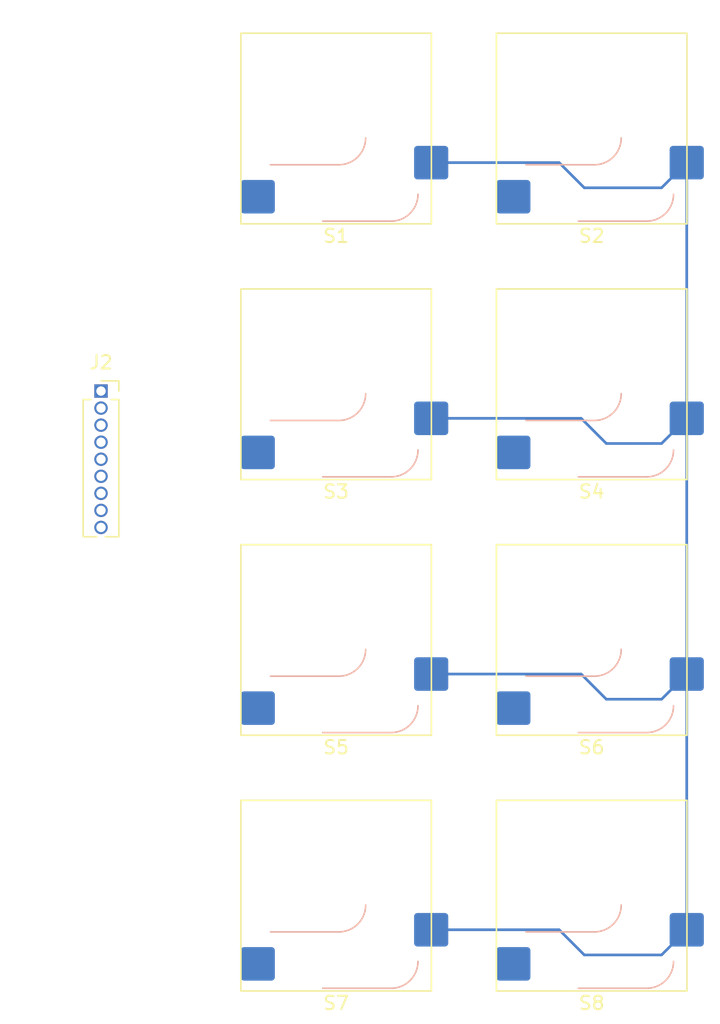
<source format=kicad_pcb>
(kicad_pcb (version 20241229) (generator "pcbnew") (generator_version "9.0")
  (layers (0 "F.Cu" signal) (2 "B.Cu" signal) (13 "F.Paste" user) (15 "B.Paste" user) (5 "F.SilkS" user "F.Silkscreen") (7 "B.SilkS" user "B.Silkscreen") (1 "F.Mask" user) (3 "B.Mask" user) (25 "Edge.Cuts" user))
  (net 0 "")
  (net 1 "Net-(J2-Pin_3)")
  (net 2 "Net-(J2-Pin_6)")
  (net 3 "Net-(J2-Pin_7)")
  (net 4 "Net-(J2-Pin_5)")
  (net 5 "Net-(J2-Pin_2)")
  (net 6 "Net-(J2-Pin_9)")
  (net 7 "Net-(J2-Pin_8)")
  (net 8 "Net-(J2-Pin_1)")
  (net 9 "Net-(J2-Pin_4)")
  (footprint "PCM_Switch_Keyboard_Hotswap_Kailh:SW_Hotswap_Kailh_MX_1.00u" (layer "F.Cu") (at 152.4 90.17 180)
    (property "Reference" "S8" (at 0 -8 0) (layer "F.SilkS"))
    (property "Value" "Keyswitch")
    (fp_line (start 7.1 7.1) (end 7.1 -7.1) (stroke (width 0.12)) (layer "F.SilkS"))
    (fp_line (start 7.1 -7.1) (end -7.1 -7.1) (stroke (width 0.12)) (layer "F.SilkS"))
    (fp_line (start -7.1 7.1) (end 7.1 7.1) (stroke (width 0.12)) (layer "F.SilkS"))
    (fp_line (start -7.1 -7.1) (end -7.1 7.1) (stroke (width 0.12)) (layer "F.SilkS"))
    (fp_line (start -0.2 -2.7) (end 4.9 -2.7) (stroke (width 0.12)) (layer "B.SilkS"))
    (fp_line (start -4.1 -6.9) (end 1 -6.9) (stroke (width 0.12)) (layer "B.SilkS"))
    (fp_arc (start -2.2 -0.7) (mid -1.614214 -2.114214) (end -0.2 -2.7) (stroke (width 0.12)) (layer "B.SilkS"))
    (fp_arc (start -6.1 -4.9) (mid -5.514214 -6.314214) (end -4.1 -6.9) (stroke (width 0.12)) (layer "B.SilkS"))
    (pad "" np_thru_hole circle (at -5.08 0 180) (size 1.75 1.75) (drill 1.75) (layers "*.Cu" "*.Mask"))
    (pad "" np_thru_hole circle (at -3.81 -2.54 180) (size 3.05 3.05) (drill 3.05) (layers "*.Cu" "*.Mask"))
    (pad "" np_thru_hole circle (at 0 0 180) (size 4 4) (drill 4) (layers "*.Cu" "*.Mask"))
    (pad "" np_thru_hole circle (at 2.54 -5.08 180) (size 3.05 3.05) (drill 3.05) (layers "*.Cu" "*.Mask"))
    (pad "" np_thru_hole circle (at 5.08 0 180) (size 1.75 1.75) (drill 1.75) (layers "*.Cu" "*.Mask"))
    (pad "1" smd roundrect (at -7.085 -2.54 180) (size 2.55 2.5) (layers "B.Cu" "B.Mask" "B.Paste") (roundrect_rratio 0.1) (net 6 "Net-(J2-Pin_9)"))
    (pad "2" smd roundrect (at 5.842 -5.08 180) (size 2.55 2.5) (layers "B.Cu" "B.Mask" "B.Paste") (roundrect_rratio 0.1) (net 7 "Net-(J2-Pin_8)"))
  )
  (footprint "PCM_Switch_Keyboard_Hotswap_Kailh:SW_Hotswap_Kailh_MX_1.00u" (layer "F.Cu") (at 152.4 33.02 180)
    (property "Reference" "S2" (at 0 -8 0) (layer "F.SilkS"))
    (property "Value" "Keyswitch")
    (fp_line (start 7.1 7.1) (end 7.1 -7.1) (stroke (width 0.12)) (layer "F.SilkS"))
    (fp_line (start 7.1 -7.1) (end -7.1 -7.1) (stroke (width 0.12)) (layer "F.SilkS"))
    (fp_line (start -7.1 7.1) (end 7.1 7.1) (stroke (width 0.12)) (layer "F.SilkS"))
    (fp_line (start -7.1 -7.1) (end -7.1 7.1) (stroke (width 0.12)) (layer "F.SilkS"))
    (fp_line (start -0.2 -2.7) (end 4.9 -2.7) (stroke (width 0.12)) (layer "B.SilkS"))
    (fp_line (start -4.1 -6.9) (end 1 -6.9) (stroke (width 0.12)) (layer "B.SilkS"))
    (fp_arc (start -2.2 -0.7) (mid -1.614214 -2.114214) (end -0.2 -2.7) (stroke (width 0.12)) (layer "B.SilkS"))
    (fp_arc (start -6.1 -4.9) (mid -5.514214 -6.314214) (end -4.1 -6.9) (stroke (width 0.12)) (layer "B.SilkS"))
    (pad "" np_thru_hole circle (at -5.08 0 180) (size 1.75 1.75) (drill 1.75) (layers "*.Cu" "*.Mask"))
    (pad "" np_thru_hole circle (at -3.81 -2.54 180) (size 3.05 3.05) (drill 3.05) (layers "*.Cu" "*.Mask"))
    (pad "" np_thru_hole circle (at 0 0 180) (size 4 4) (drill 4) (layers "*.Cu" "*.Mask"))
    (pad "" np_thru_hole circle (at 2.54 -5.08 180) (size 3.05 3.05) (drill 3.05) (layers "*.Cu" "*.Mask"))
    (pad "" np_thru_hole circle (at 5.08 0 180) (size 1.75 1.75) (drill 1.75) (layers "*.Cu" "*.Mask"))
    (pad "1" smd roundrect (at -7.085 -2.54 180) (size 2.55 2.5) (layers "B.Cu" "B.Mask" "B.Paste") (roundrect_rratio 0.1) (net 6 "Net-(J2-Pin_9)"))
    (pad "2" smd roundrect (at 5.842 -5.08 180) (size 2.55 2.5) (layers "B.Cu" "B.Mask" "B.Paste") (roundrect_rratio 0.1) (net 5 "Net-(J2-Pin_2)"))
  )
  (footprint "PCM_Switch_Keyboard_Hotswap_Kailh:SW_Hotswap_Kailh_MX_1.00u" (layer "F.Cu") (at 152.4 52.07 180)
    (property "Reference" "S4" (at 0 -8 0) (layer "F.SilkS"))
    (property "Value" "Keyswitch")
    (fp_line (start 7.1 7.1) (end 7.1 -7.1) (stroke (width 0.12)) (layer "F.SilkS"))
    (fp_line (start 7.1 -7.1) (end -7.1 -7.1) (stroke (width 0.12)) (layer "F.SilkS"))
    (fp_line (start -7.1 7.1) (end 7.1 7.1) (stroke (width 0.12)) (layer "F.SilkS"))
    (fp_line (start -7.1 -7.1) (end -7.1 7.1) (stroke (width 0.12)) (layer "F.SilkS"))
    (fp_line (start -0.2 -2.7) (end 4.9 -2.7) (stroke (width 0.12)) (layer "B.SilkS"))
    (fp_line (start -4.1 -6.9) (end 1 -6.9) (stroke (width 0.12)) (layer "B.SilkS"))
    (fp_arc (start -2.2 -0.7) (mid -1.614214 -2.114214) (end -0.2 -2.7) (stroke (width 0.12)) (layer "B.SilkS"))
    (fp_arc (start -6.1 -4.9) (mid -5.514214 -6.314214) (end -4.1 -6.9) (stroke (width 0.12)) (layer "B.SilkS"))
    (pad "" np_thru_hole circle (at -5.08 0 180) (size 1.75 1.75) (drill 1.75) (layers "*.Cu" "*.Mask"))
    (pad "" np_thru_hole circle (at -3.81 -2.54 180) (size 3.05 3.05) (drill 3.05) (layers "*.Cu" "*.Mask"))
    (pad "" np_thru_hole circle (at 0 0 180) (size 4 4) (drill 4) (layers "*.Cu" "*.Mask"))
    (pad "" np_thru_hole circle (at 2.54 -5.08 180) (size 3.05 3.05) (drill 3.05) (layers "*.Cu" "*.Mask"))
    (pad "" np_thru_hole circle (at 5.08 0 180) (size 1.75 1.75) (drill 1.75) (layers "*.Cu" "*.Mask"))
    (pad "1" smd roundrect (at -7.085 -2.54 180) (size 2.55 2.5) (layers "B.Cu" "B.Mask" "B.Paste") (roundrect_rratio 0.1) (net 6 "Net-(J2-Pin_9)"))
    (pad "2" smd roundrect (at 5.842 -5.08 180) (size 2.55 2.5) (layers "B.Cu" "B.Mask" "B.Paste") (roundrect_rratio 0.1) (net 9 "Net-(J2-Pin_4)"))
  )
  (footprint "PCM_Switch_Keyboard_Hotswap_Kailh:SW_Hotswap_Kailh_MX_1.00u" (layer "F.Cu") (at 133.35 52.07 180)
    (property "Reference" "S3" (at 0 -8 0) (layer "F.SilkS"))
    (property "Value" "Keyswitch")
    (fp_line (start 7.1 7.1) (end 7.1 -7.1) (stroke (width 0.12)) (layer "F.SilkS"))
    (fp_line (start 7.1 -7.1) (end -7.1 -7.1) (stroke (width 0.12)) (layer "F.SilkS"))
    (fp_line (start -7.1 7.1) (end 7.1 7.1) (stroke (width 0.12)) (layer "F.SilkS"))
    (fp_line (start -7.1 -7.1) (end -7.1 7.1) (stroke (width 0.12)) (layer "F.SilkS"))
    (fp_line (start -0.2 -2.7) (end 4.9 -2.7) (stroke (width 0.12)) (layer "B.SilkS"))
    (fp_line (start -4.1 -6.9) (end 1 -6.9) (stroke (width 0.12)) (layer "B.SilkS"))
    (fp_arc (start -2.2 -0.7) (mid -1.614214 -2.114214) (end -0.2 -2.7) (stroke (width 0.12)) (layer "B.SilkS"))
    (fp_arc (start -6.1 -4.9) (mid -5.514214 -6.314214) (end -4.1 -6.9) (stroke (width 0.12)) (layer "B.SilkS"))
    (pad "" np_thru_hole circle (at -5.08 0 180) (size 1.75 1.75) (drill 1.75) (layers "*.Cu" "*.Mask"))
    (pad "" np_thru_hole circle (at -3.81 -2.54 180) (size 3.05 3.05) (drill 3.05) (layers "*.Cu" "*.Mask"))
    (pad "" np_thru_hole circle (at 0 0 180) (size 4 4) (drill 4) (layers "*.Cu" "*.Mask"))
    (pad "" np_thru_hole circle (at 2.54 -5.08 180) (size 3.05 3.05) (drill 3.05) (layers "*.Cu" "*.Mask"))
    (pad "" np_thru_hole circle (at 5.08 0 180) (size 1.75 1.75) (drill 1.75) (layers "*.Cu" "*.Mask"))
    (pad "1" smd roundrect (at -7.085 -2.54 180) (size 2.55 2.5) (layers "B.Cu" "B.Mask" "B.Paste") (roundrect_rratio 0.1) (net 6 "Net-(J2-Pin_9)"))
    (pad "2" smd roundrect (at 5.842 -5.08 180) (size 2.55 2.5) (layers "B.Cu" "B.Mask" "B.Paste") (roundrect_rratio 0.1) (net 1 "Net-(J2-Pin_3)"))
  )
  (footprint "PCM_Switch_Keyboard_Hotswap_Kailh:SW_Hotswap_Kailh_MX_1.00u" (layer "F.Cu") (at 133.35 71.12 180)
    (property "Reference" "S5" (at 0 -8 0) (layer "F.SilkS"))
    (property "Value" "Keyswitch")
    (fp_line (start 7.1 7.1) (end 7.1 -7.1) (stroke (width 0.12)) (layer "F.SilkS"))
    (fp_line (start 7.1 -7.1) (end -7.1 -7.1) (stroke (width 0.12)) (layer "F.SilkS"))
    (fp_line (start -7.1 7.1) (end 7.1 7.1) (stroke (width 0.12)) (layer "F.SilkS"))
    (fp_line (start -7.1 -7.1) (end -7.1 7.1) (stroke (width 0.12)) (layer "F.SilkS"))
    (fp_line (start -0.2 -2.7) (end 4.9 -2.7) (stroke (width 0.12)) (layer "B.SilkS"))
    (fp_line (start -4.1 -6.9) (end 1 -6.9) (stroke (width 0.12)) (layer "B.SilkS"))
    (fp_arc (start -2.2 -0.7) (mid -1.614214 -2.114214) (end -0.2 -2.7) (stroke (width 0.12)) (layer "B.SilkS"))
    (fp_arc (start -6.1 -4.9) (mid -5.514214 -6.314214) (end -4.1 -6.9) (stroke (width 0.12)) (layer "B.SilkS"))
    (pad "" np_thru_hole circle (at -5.08 0 180) (size 1.75 1.75) (drill 1.75) (layers "*.Cu" "*.Mask"))
    (pad "" np_thru_hole circle (at -3.81 -2.54 180) (size 3.05 3.05) (drill 3.05) (layers "*.Cu" "*.Mask"))
    (pad "" np_thru_hole circle (at 0 0 180) (size 4 4) (drill 4) (layers "*.Cu" "*.Mask"))
    (pad "" np_thru_hole circle (at 2.54 -5.08 180) (size 3.05 3.05) (drill 3.05) (layers "*.Cu" "*.Mask"))
    (pad "" np_thru_hole circle (at 5.08 0 180) (size 1.75 1.75) (drill 1.75) (layers "*.Cu" "*.Mask"))
    (pad "1" smd roundrect (at -7.085 -2.54 180) (size 2.55 2.5) (layers "B.Cu" "B.Mask" "B.Paste") (roundrect_rratio 0.1) (net 6 "Net-(J2-Pin_9)"))
    (pad "2" smd roundrect (at 5.842 -5.08 180) (size 2.55 2.5) (layers "B.Cu" "B.Mask" "B.Paste") (roundrect_rratio 0.1) (net 4 "Net-(J2-Pin_5)"))
  )
  (footprint "PCM_Switch_Keyboard_Hotswap_Kailh:SW_Hotswap_Kailh_MX_1.00u" (layer "F.Cu") (at 133.35 90.17 180)
    (property "Reference" "S7" (at 0 -8 0) (layer "F.SilkS"))
    (property "Value" "Keyswitch")
    (fp_line (start 7.1 7.1) (end 7.1 -7.1) (stroke (width 0.12)) (layer "F.SilkS"))
    (fp_line (start 7.1 -7.1) (end -7.1 -7.1) (stroke (width 0.12)) (layer "F.SilkS"))
    (fp_line (start -7.1 7.1) (end 7.1 7.1) (stroke (width 0.12)) (layer "F.SilkS"))
    (fp_line (start -7.1 -7.1) (end -7.1 7.1) (stroke (width 0.12)) (layer "F.SilkS"))
    (fp_line (start -0.2 -2.7) (end 4.9 -2.7) (stroke (width 0.12)) (layer "B.SilkS"))
    (fp_line (start -4.1 -6.9) (end 1 -6.9) (stroke (width 0.12)) (layer "B.SilkS"))
    (fp_arc (start -2.2 -0.7) (mid -1.614214 -2.114214) (end -0.2 -2.7) (stroke (width 0.12)) (layer "B.SilkS"))
    (fp_arc (start -6.1 -4.9) (mid -5.514214 -6.314214) (end -4.1 -6.9) (stroke (width 0.12)) (layer "B.SilkS"))
    (pad "" np_thru_hole circle (at -5.08 0 180) (size 1.75 1.75) (drill 1.75) (layers "*.Cu" "*.Mask"))
    (pad "" np_thru_hole circle (at -3.81 -2.54 180) (size 3.05 3.05) (drill 3.05) (layers "*.Cu" "*.Mask"))
    (pad "" np_thru_hole circle (at 0 0 180) (size 4 4) (drill 4) (layers "*.Cu" "*.Mask"))
    (pad "" np_thru_hole circle (at 2.54 -5.08 180) (size 3.05 3.05) (drill 3.05) (layers "*.Cu" "*.Mask"))
    (pad "" np_thru_hole circle (at 5.08 0 180) (size 1.75 1.75) (drill 1.75) (layers "*.Cu" "*.Mask"))
    (pad "1" smd roundrect (at -7.085 -2.54 180) (size 2.55 2.5) (layers "B.Cu" "B.Mask" "B.Paste") (roundrect_rratio 0.1) (net 6 "Net-(J2-Pin_9)"))
    (pad "2" smd roundrect (at 5.842 -5.08 180) (size 2.55 2.5) (layers "B.Cu" "B.Mask" "B.Paste") (roundrect_rratio 0.1) (net 3 "Net-(J2-Pin_7)"))
  )
  (footprint "Connector_PinSocket_1.27mm:PinSocket_1x09_P1.27mm_Vertical" (layer "F.Cu") (at 115.824 52.578)
    (property "Reference" "J2" (at 0 -2.135 0) (layer "F.SilkS"))
    (property "Value" "Conn_01x09_Socket")
    (fp_line (start -1.33 0.635) (end -1.33 10.855) (stroke (width 0.12)) (layer "F.SilkS"))
    (fp_line (start -1.33 0.635) (end -0.76 0.635) (stroke (width 0.12)) (layer "F.SilkS"))
    (fp_line (start -1.33 10.855) (end -0.30753 10.855) (stroke (width 0.12)) (layer "F.SilkS"))
    (fp_line (start 0 -0.76) (end 1.33 -0.76) (stroke (width 0.12)) (layer "F.SilkS"))
    (fp_line (start 0.30753 10.855) (end 1.33 10.855) (stroke (width 0.12)) (layer "F.SilkS"))
    (fp_line (start 0.76 0.635) (end 1.33 0.635) (stroke (width 0.12)) (layer "F.SilkS"))
    (fp_line (start 1.33 -0.76) (end 1.33 0) (stroke (width 0.12)) (layer "F.SilkS"))
    (fp_line (start 1.33 0.635) (end 1.33 10.855) (stroke (width 0.12)) (layer "F.SilkS"))
    (pad "1" thru_hole rect (at 0 0) (size 1 1) (drill 0.7) (layers "*.Cu" "*.Mask") (net 8 "Net-(J2-Pin_1)"))
    (pad "2" thru_hole circle (at 0 1.27) (size 1 1) (drill 0.7) (layers "*.Cu" "*.Mask") (net 5 "Net-(J2-Pin_2)"))
    (pad "3" thru_hole circle (at 0 2.54) (size 1 1) (drill 0.7) (layers "*.Cu" "*.Mask") (net 1 "Net-(J2-Pin_3)"))
    (pad "4" thru_hole circle (at 0 3.81) (size 1 1) (drill 0.7) (layers "*.Cu" "*.Mask") (net 9 "Net-(J2-Pin_4)"))
    (pad "5" thru_hole circle (at 0 5.08) (size 1 1) (drill 0.7) (layers "*.Cu" "*.Mask") (net 4 "Net-(J2-Pin_5)"))
    (pad "6" thru_hole circle (at 0 6.35) (size 1 1) (drill 0.7) (layers "*.Cu" "*.Mask") (net 2 "Net-(J2-Pin_6)"))
    (pad "7" thru_hole circle (at 0 7.62) (size 1 1) (drill 0.7) (layers "*.Cu" "*.Mask") (net 3 "Net-(J2-Pin_7)"))
    (pad "8" thru_hole circle (at 0 8.89) (size 1 1) (drill 0.7) (layers "*.Cu" "*.Mask") (net 7 "Net-(J2-Pin_8)"))
    (pad "9" thru_hole circle (at 0 10.16) (size 1 1) (drill 0.7) (layers "*.Cu" "*.Mask") (net 6 "Net-(J2-Pin_9)"))
  )
  (footprint "PCM_Switch_Keyboard_Hotswap_Kailh:SW_Hotswap_Kailh_MX_1.00u" (layer "F.Cu") (at 133.35 33.02 180)
    (property "Reference" "S1" (at 0 -8 0) (layer "F.SilkS"))
    (property "Value" "Keyswitch")
    (fp_line (start 7.1 7.1) (end 7.1 -7.1) (stroke (width 0.12)) (layer "F.SilkS"))
    (fp_line (start 7.1 -7.1) (end -7.1 -7.1) (stroke (width 0.12)) (layer "F.SilkS"))
    (fp_line (start -7.1 7.1) (end 7.1 7.1) (stroke (width 0.12)) (layer "F.SilkS"))
    (fp_line (start -7.1 -7.1) (end -7.1 7.1) (stroke (width 0.12)) (layer "F.SilkS"))
    (fp_line (start -0.2 -2.7) (end 4.9 -2.7) (stroke (width 0.12)) (layer "B.SilkS"))
    (fp_line (start -4.1 -6.9) (end 1 -6.9) (stroke (width 0.12)) (layer "B.SilkS"))
    (fp_arc (start -2.2 -0.7) (mid -1.614214 -2.114214) (end -0.2 -2.7) (stroke (width 0.12)) (layer "B.SilkS"))
    (fp_arc (start -6.1 -4.9) (mid -5.514214 -6.314214) (end -4.1 -6.9) (stroke (width 0.12)) (layer "B.SilkS"))
    (pad "" np_thru_hole circle (at -5.08 0 180) (size 1.75 1.75) (drill 1.75) (layers "*.Cu" "*.Mask"))
    (pad "" np_thru_hole circle (at -3.81 -2.54 180) (size 3.05 3.05) (drill 3.05) (layers "*.Cu" "*.Mask"))
    (pad "" np_thru_hole circle (at 0 0 180) (size 4 4) (drill 4) (layers "*.Cu" "*.Mask"))
    (pad "" np_thru_hole circle (at 2.54 -5.08 180) (size 3.05 3.05) (drill 3.05) (layers "*.Cu" "*.Mask"))
    (pad "" np_thru_hole circle (at 5.08 0 180) (size 1.75 1.75) (drill 1.75) (layers "*.Cu" "*.Mask"))
    (pad "1" smd roundrect (at -7.085 -2.54 180) (size 2.55 2.5) (layers "B.Cu" "B.Mask" "B.Paste") (roundrect_rratio 0.1) (net 6 "Net-(J2-Pin_9)"))
    (pad "2" smd roundrect (at 5.842 -5.08 180) (size 2.55 2.5) (layers "B.Cu" "B.Mask" "B.Paste") (roundrect_rratio 0.1) (net 8 "Net-(J2-Pin_1)"))
  )
  (footprint "PCM_Switch_Keyboard_Hotswap_Kailh:SW_Hotswap_Kailh_MX_1.00u" (layer "F.Cu") (at 152.4 71.12 180)
    (property "Reference" "S6" (at 0 -8 0) (layer "F.SilkS"))
    (property "Value" "Keyswitch")
    (fp_line (start 7.1 7.1) (end 7.1 -7.1) (stroke (width 0.12)) (layer "F.SilkS"))
    (fp_line (start 7.1 -7.1) (end -7.1 -7.1) (stroke (width 0.12)) (layer "F.SilkS"))
    (fp_line (start -7.1 7.1) (end 7.1 7.1) (stroke (width 0.12)) (layer "F.SilkS"))
    (fp_line (start -7.1 -7.1) (end -7.1 7.1) (stroke (width 0.12)) (layer "F.SilkS"))
    (fp_line (start -0.2 -2.7) (end 4.9 -2.7) (stroke (width 0.12)) (layer "B.SilkS"))
    (fp_line (start -4.1 -6.9) (end 1 -6.9) (stroke (width 0.12)) (layer "B.SilkS"))
    (fp_arc (start -2.2 -0.7) (mid -1.614214 -2.114214) (end -0.2 -2.7) (stroke (width 0.12)) (layer "B.SilkS"))
    (fp_arc (start -6.1 -4.9) (mid -5.514214 -6.314214) (end -4.1 -6.9) (stroke (width 0.12)) (layer "B.SilkS"))
    (pad "" np_thru_hole circle (at -5.08 0 180) (size 1.75 1.75) (drill 1.75) (layers "*.Cu" "*.Mask"))
    (pad "" np_thru_hole circle (at -3.81 -2.54 180) (size 3.05 3.05) (drill 3.05) (layers "*.Cu" "*.Mask"))
    (pad "" np_thru_hole circle (at 0 0 180) (size 4 4) (drill 4) (layers "*.Cu" "*.Mask"))
    (pad "" np_thru_hole circle (at 2.54 -5.08 180) (size 3.05 3.05) (drill 3.05) (layers "*.Cu" "*.Mask"))
    (pad "" np_thru_hole circle (at 5.08 0 180) (size 1.75 1.75) (drill 1.75) (layers "*.Cu" "*.Mask"))
    (pad "1" smd roundrect (at -7.085 -2.54 180) (size 2.55 2.5) (layers "B.Cu" "B.Mask" "B.Paste") (roundrect_rratio 0.1) (net 6 "Net-(J2-Pin_9)"))
    (pad "2" smd roundrect (at 5.842 -5.08 180) (size 2.55 2.5) (layers "B.Cu" "B.Mask" "B.Paste") (roundrect_rratio 0.1) (net 2 "Net-(J2-Pin_6)"))
  )
  (segment (start 159.485 35.56) (end 157.609 37.436) (width 0.2) (layer "B.Cu") (net 6))
  (segment (start 151.615184 73.66) (end 140.435 73.66) (width 0.2) (layer "B.Cu") (net 6))
  (segment (start 153.491184 56.486) (end 151.615184 54.61) (width 0.2) (layer "B.Cu") (net 6))
  (segment (start 159.485 54.61) (end 157.609 56.486) (width 0.2) (layer "B.Cu") (net 6))
  (segment (start 149.973065 92.71) (end 140.435 92.71) (width 0.2) (layer "B.Cu") (net 6))
  (segment (start 151.849065 37.436) (end 149.973065 35.56) (width 0.2) (layer "B.Cu") (net 6))
  (segment (start 149.973065 35.56) (end 140.435 35.56) (width 0.2) (layer "B.Cu") (net 6))
  (segment (start 159.485 35.56) (end 159.485 92.71) (width 0.2) (layer "B.Cu") (net 6))
  (segment (start 157.609 37.436) (end 151.849065 37.436) (width 0.2) (layer "B.Cu") (net 6))
  (segment (start 157.609 94.586) (end 151.849065 94.586) (width 0.2) (layer "B.Cu") (net 6))
  (segment (start 151.849065 94.586) (end 149.973065 92.71) (width 0.2) (layer "B.Cu") (net 6))
  (segment (start 159.485 92.71) (end 157.609 94.586) (width 0.2) (layer "B.Cu") (net 6))
  (segment (start 157.609 75.536) (end 153.491184 75.536) (width 0.2) (layer "B.Cu") (net 6))
  (segment (start 153.491184 75.536) (end 151.615184 73.66) (width 0.2) (layer "B.Cu") (net 6))
  (segment (start 151.615184 54.61) (end 140.435 54.61) (width 0.2) (layer "B.Cu") (net 6))
  (segment (start 157.609 56.486) (end 153.491184 56.486) (width 0.2) (layer "B.Cu") (net 6))
  (segment (start 159.485 73.66) (end 157.609 75.536) (width 0.2) (layer "B.Cu") (net 6))
)
</source>
